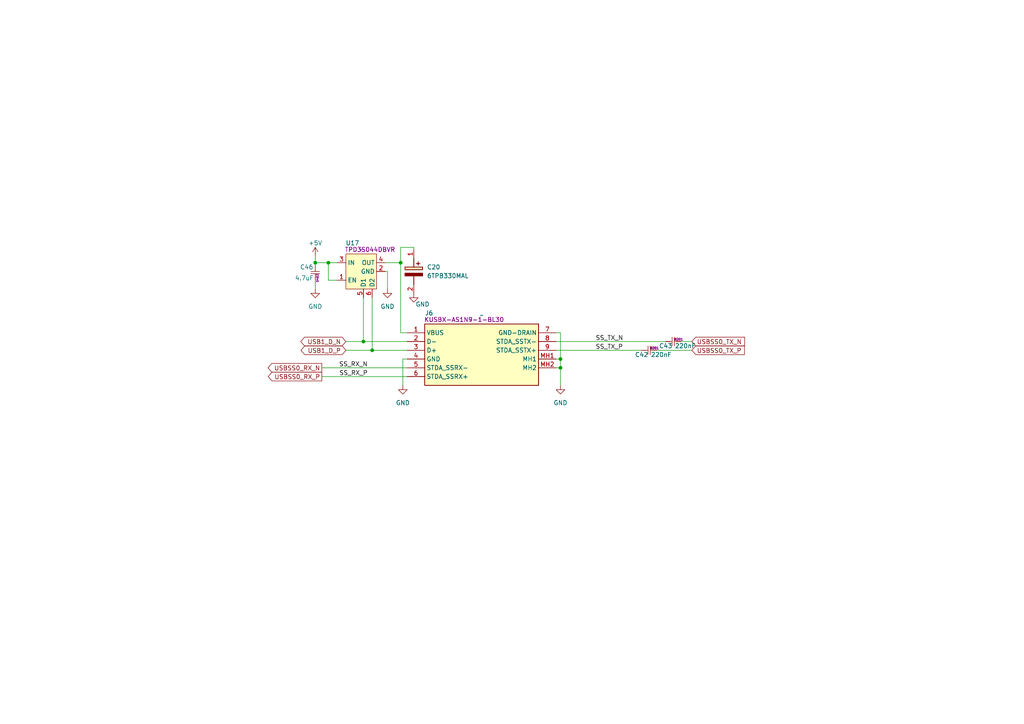
<source format=kicad_sch>
(kicad_sch (version 20230121) (generator eeschema)
  (paper "A4")
  (lib_symbols
    (symbol "SamacSys_Parts:KUSBX-AS1N9-1-BL30"
      (property "Reference" "J" (at 39.37 7.62 0))
      (property "Value" "KUSBX-AS1N9-1-BL30" (at 39.37 5.08 0))
      (symbol "KUSBX-AS1N9-1-BL30_1_1"
        (rectangle (start 5.08 2.54) (end 38.1 -15.24) (stroke (width 0.254)) (fill (type background)))
        (pin passive line (at 0 0 0) (length 5.08) (name "VBUS") (number "1"))
        (pin passive line (at 0 -2.54 0) (length 5.08) (name "D-") (number "2"))
        (pin passive line (at 0 -5.08 0) (length 5.08) (name "D+") (number "3"))
        (pin passive line (at 0 -7.62 0) (length 5.08) (name "GND") (number "4"))
        (pin passive line (at 0 -10.16 0) (length 5.08) (name "STDA_SSRX-") (number "5"))
        (pin passive line (at 0 -12.7 0) (length 5.08) (name "STDA_SSRX+") (number "6"))
        (pin passive line (at 43.18 0 180) (length 5.08) (name "GND-DRAIN") (number "7"))
        (pin passive line (at 43.18 -2.54 180) (length 5.08) (name "STDA_SSTX-") (number "8"))
        (pin passive line (at 43.18 -5.08 180) (length 5.08) (name "STDA_SSTX+") (number "9"))
        (pin passive line (at 43.18 -7.62 180) (length 5.08) (name "MH1") (number "MH1"))
        (pin passive line (at 43.18 -10.16 180) (length 5.08) (name "MH2") (number "MH2"))
      )
    )
    (symbol "power:+5V" (power) (pin_names (offset 0))
      (property "Value" "+5V" (at 0 3.556 0))
      (symbol "+5V_0_1"
        (polyline (pts (xy -0.762 1.27) (xy 0 2.54)))
        (polyline (pts (xy 0 0) (xy 0 2.54)))
        (polyline (pts (xy 0 2.54) (xy 0.762 1.27)))
      )
      (symbol "+5V_1_1"
        (pin power_in line (at 0 0 90) (length 0) hide (name "+5V") (number "1"))
      )
    )
    (symbol "power:GND" (power) (pin_names (offset 0))
      (property "Value" "GND" (at 0 -3.81 0))
      (symbol "GND_0_1"
        (polyline (pts (xy 0 0) (xy 0 -1.27) (xy 1.27 -1.27) (xy 0 -2.54) (xy -1.27 -1.27) (xy 0 -1.27)))
      )
      (symbol "GND_1_1"
        (pin power_in line (at 0 0 270) (length 0) hide (name "GND") (number "1"))
      )
    )
    (symbol "the_backrooms:6TPB330MAL" (pin_names hide)
      (property "Reference" "C" (at 8.89 6.35 0))
      (property "Value" "6TPB330MAL" (at 8.89 3.81 0))
      (symbol "6TPB330MAL_1_1"
        (polyline (pts (xy 2.54 0) (xy 5.08 0)) (stroke (width 0.254)))
        (polyline (pts (xy 4.064 1.778) (xy 4.064 0.762)) (stroke (width 0.254)))
        (polyline (pts (xy 4.572 1.27) (xy 3.556 1.27)) (stroke (width 0.254)))
        (polyline (pts (xy 7.62 0) (xy 10.16 0)) (stroke (width 0.254)))
        (polyline (pts (xy 7.62 2.54) (xy 7.62 -2.54) (xy 6.858 -2.54) (xy 6.858 2.54) (xy 7.62 2.54)) (stroke (width 0.254)) (fill (type outline)))
        (rectangle (start 5.08 2.54) (end 5.842 -2.54) (stroke (width 0.254)) (fill (type background)))
        (pin passive line (at 0 0 0) (length 2.54) (name "+") (number "1"))
        (pin passive line (at 12.7 0 180) (length 2.54) (name "-") (number "2"))
      )
    )
    (symbol "the_backrooms:TPD3S044"
      (property "Reference" "U" (at 0 0 0))
      (property "Value" "TPD3S044" (at 0 0 0))
      (symbol "TPD3S044_1_1"
        (rectangle (start 2.54 0) (end 11.43 -10.16) (fill (type background)))
        (pin input line (at 0 -7.62 0) (length 2.54) (name "EN") (number "1"))
        (pin power_in line (at 13.97 -5.08 180) (length 2.54) (name "GND") (number "2"))
        (pin power_in line (at 0 -2.54 0) (length 2.54) (name "IN") (number "3"))
        (pin power_out line (at 13.97 -2.54 180) (length 2.54) (name "OUT") (number "4"))
        (pin free line (at 7.62 -12.7 90) (length 2.54) (name "D1") (number "5"))
        (pin free line (at 10.16 -12.7 90) (length 2.54) (name "D2") (number "6"))
      )
    )
    (symbol "the_backrooms:cap_0201"
      (property "Reference" "C" (at -0.635 0 0))
      (property "Package/Case" "0201" (at -1.27 1.27 0))
      (symbol "cap_0201_0_1"
        (polyline (pts (xy 1.905 0) (xy 1.905 -1.27)))
        (polyline (pts (xy 2.54 1.27) (xy 2.54 -1.27)))
        (polyline (pts (xy 3.175 0) (xy 2.54 0)))
        (polyline (pts (xy 1.27 0) (xy 1.905 0) (xy 1.905 1.27)))
      )
      (symbol "cap_0201_1_1"
        (pin free line (at 0 0 0) (length 1.27) (name "") (number "1"))
        (pin free line (at 4.445 0 180) (length 1.27) (name "") (number "2"))
      )
    )
    (symbol "the_backrooms:cap_0402"
      (property "Reference" "C" (at -0.635 0 0))
      (property "Package/Case" "0402" (at -1.27 1.27 0))
      (symbol "cap_0402_0_1"
        (polyline (pts (xy 1.905 0) (xy 1.905 -1.27)))
        (polyline (pts (xy 2.54 1.27) (xy 2.54 -1.27)))
        (polyline (pts (xy 3.175 0) (xy 2.54 0)))
        (polyline (pts (xy 1.27 0) (xy 1.905 0) (xy 1.905 1.27)))
      )
      (symbol "cap_0402_1_1"
        (pin free line (at 0 0 0) (length 1.27) (name "") (number "1"))
        (pin free line (at 4.445 0 180) (length 1.27) (name "") (number "2"))
      )
    )
  )
  (junction (at 95.25 76.2))
  (junction (at 91.44 76.2))
  (junction (at 107.95 101.6))
  (junction (at 105.41 99.06))
  (junction (at 162.56 104.14))
  (junction (at 162.56 106.68))
  (junction (at 116.205 76.2))
  (wire (pts (xy 161.29 99.06) (xy 193.04 99.06)))
  (wire (pts (xy 118.11 104.14) (xy 116.84 104.14)))
  (wire (pts (xy 116.205 96.52) (xy 118.11 96.52)))
  (wire (pts (xy 162.56 104.14) (xy 162.56 106.68)))
  (wire (pts (xy 200.66 101.6) (xy 190.5 101.6)))
  (wire (pts (xy 197.485 99.06) (xy 200.66 99.06)))
  (wire (pts (xy 105.41 86.36) (xy 105.41 99.06)))
  (wire (pts (xy 161.29 106.68) (xy 162.56 106.68)))
  (wire (pts (xy 100.33 101.6) (xy 107.95 101.6)))
  (wire (pts (xy 161.29 101.6) (xy 186.055 101.6)))
  (wire (pts (xy 93.345 106.68) (xy 118.11 106.68)))
  (wire (pts (xy 111.76 76.2) (xy 116.205 76.2)))
  (wire (pts (xy 91.44 81.28) (xy 91.44 83.82)))
  (wire (pts (xy 162.56 96.52) (xy 162.56 104.14)))
  (wire (pts (xy 107.95 101.6) (xy 118.11 101.6)))
  (wire (pts (xy 91.44 76.2) (xy 91.44 76.835)))
  (wire (pts (xy 105.41 99.06) (xy 118.11 99.06)))
  (wire (pts (xy 116.205 76.2) (xy 116.205 96.52)))
  (wire (pts (xy 95.25 76.2) (xy 97.79 76.2)))
  (wire (pts (xy 107.95 86.36) (xy 107.95 101.6)))
  (wire (pts (xy 112.395 78.74) (xy 112.395 83.82)))
  (wire (pts (xy 120.015 71.755) (xy 120.015 72.39)))
  (wire (pts (xy 161.29 104.14) (xy 162.56 104.14)))
  (wire (pts (xy 91.44 76.2) (xy 95.25 76.2)))
  (wire (pts (xy 116.205 71.755) (xy 116.205 76.2)))
  (wire (pts (xy 161.29 96.52) (xy 162.56 96.52)))
  (wire (pts (xy 116.84 104.14) (xy 116.84 111.76)))
  (wire (pts (xy 111.76 78.74) (xy 112.395 78.74)))
  (wire (pts (xy 95.25 81.28) (xy 95.25 76.2)))
  (wire (pts (xy 93.345 109.22) (xy 118.11 109.22)))
  (wire (pts (xy 91.44 74.295) (xy 91.44 76.2)))
  (wire (pts (xy 162.56 106.68) (xy 162.56 111.76)))
  (wire (pts (xy 95.25 81.28) (xy 97.79 81.28)))
  (wire (pts (xy 100.33 99.06) (xy 105.41 99.06)))
  (wire (pts (xy 116.205 71.755) (xy 120.015 71.755)))
  (label "SS_RX_N" (at 106.68 106.68 180))
  (label "SS_TX_N" (at 172.72 99.06 0))
  (label "SS_TX_P" (at 172.72 101.6 0))
  (label "SS_RX_P" (at 106.68 109.22 180))
  (global_label "USBSS0_RX_N" (shape output) (at 93.345 106.68 180) (property "Intersheetrefs" "${INTERSHEET_REFS}" (at 77.1761 106.68 0) (effects (justify right))))
  (global_label "USBSS0_TX_P" (shape input) (at 200.66 101.6 0) (property "Intersheetrefs" "${INTERSHEET_REFS}" (at 216.466 101.6 0) (effects (justify left))))
  (global_label "USBSS0_TX_N" (shape input) (at 200.66 99.06 0) (property "Intersheetrefs" "${INTERSHEET_REFS}" (at 216.5265 99.06 0) (effects (justify left))))
  (global_label "USBSS0_RX_P" (shape output) (at 93.345 109.22 180) (property "Intersheetrefs" "${INTERSHEET_REFS}" (at 77.2366 109.22 0) (effects (justify right))))
  (global_label "USB1_D_N" (shape bidirectional) (at 100.33 99.06 180) (property "Intersheetrefs" "${INTERSHEET_REFS}" (at 86.6783 99.06 0) (effects (justify right))))
  (global_label "USB1_D_P" (shape bidirectional) (at 100.33 101.6 180) (property "Intersheetrefs" "${INTERSHEET_REFS}" (at 86.7388 101.6 0) (effects (justify right))))
  (symbol (lib_id "power:GND") (at 162.56 111.76 0) (unit 1)
    (property "Reference" "#PWR082" (effects hide))
    (property "Value" "GND" (at 162.56 116.84 0))
  )
  (symbol (lib_id "power:GND") (at 112.395 83.82 0) (unit 1)
    (property "Reference" "#PWR085" (effects hide))
    (property "Value" "GND" (at 112.395 88.9 0))
  )
  (symbol (lib_id "the_backrooms:cap_0201") (at 197.485 99.06 180) (unit 1)
    (property "Reference" "C43" (at 191.135 100.33 0) (effects (justify right)))
    (property "Value" "220nF" (at 198.755 100.33 0))
    (property "Footprint" "the_backrooms:cap_0201" (effects hide))
    (property "Package/Case" "0201" (at 195.58 98.425 0) (effects (font (size 0.635 0.635)) (justify right)))
    (property "Mfr. No." "GRM033R61E224KE01J" (effects hide))
  )
  (symbol (lib_id "the_backrooms:cap_0402") (at 91.44 81.28 90) (unit 1)
    (property "Reference" "C46" (at 86.995 77.47 90) (effects (justify right)))
    (property "Value" "4.7uF" (at 88.265 80.645 90))
    (property "Footprint" "the_backrooms:0402_cap" (effects hide))
    (property "Package/Case" "0402" (at 92.075 79.375 0) (effects (font (size 0.635 0.635)) (justify right)))
    (property "Mfr. No." "CL05A475KQ5NRNC" (effects hide))
    (property "Voltage" "6.3V" (effects hide))
  )
  (symbol (lib_id "power:GND") (at 120.015 85.09 0) (unit 1)
    (property "Reference" "#PWR05" (effects hide))
    (property "Value" "GND" (at 122.555 88.265 0))
  )
  (symbol (lib_id "the_backrooms:cap_0201") (at 190.5 101.6 180) (unit 1)
    (property "Reference" "C42" (at 184.15 102.87 0) (effects (justify right)))
    (property "Value" "220nF" (at 191.77 102.87 0))
    (property "Footprint" "the_backrooms:cap_0201" (effects hide))
    (property "Package/Case" "0201" (at 188.595 100.965 0) (effects (font (size 0.635 0.635)) (justify right)))
    (property "Mfr. No." "GRM033R61E224KE01J" (effects hide))
  )
  (symbol (lib_id "the_backrooms:6TPB330MAL") (at 120.015 72.39 270) (unit 1)
    (property "Reference" "C20" (at 123.825 77.47 90) (effects (justify left)))
    (property "Value" "6TPB330MAL" (at 123.825 80.01 90) (effects (justify left)))
    (property "Footprint" "the_backrooms:POSCAP_D12_D15_D15E_D2E_D2_D3L_D4" (effects hide))
    (property "Datasheet" "http://industrial.panasonic.com/cdbs/www-data/pdf/AAA8000/AAA8000C65.pdf" (effects hide))
    (property "Manufacturer_Name" "Panasonic" (effects hide))
    (property "Manufacturer_Part_Number" "6TPB330MAL" (effects hide))
    (property "Mouser Part Number" "667-6TPB330MAL" (effects hide))
    (property "Mouser Price/Stock" "https://www.mouser.co.uk/ProductDetail/Panasonic/6TPB330MAL/?qs=OE1iw1LrrPGn1h2W%2FWpqWw%3D%3D" (effects hide))
    (property "Arrow Part Number" "6TPB330MAL" (effects hide))
    (property "Arrow Price/Stock" "https://www.arrow.com/en/products/6tpb330mal/panasonic" (effects hide))
  )
  (symbol (lib_id "the_backrooms:TPD3S044") (at 97.79 73.66 0) (unit 1)
    (property "Reference" "U17" (at 102.235 70.485 0))
    (property "Value" "~" (at 104.775 72.39 0))
    (property "Footprint" "the_backrooms:TPD3S044" (effects hide))
    (property "Datasheet" "https://www.ti.com/lit/ds/symlink/tpd3s044.pdf?HQS=dis-mous-null-mousermode-dsf-pf-null-wwe&ts=1689961727439&ref_url=https%253A%252F%252Fwww.mouser.de%252F" (effects hide))
    (property "Mfr. No." "TPD3S044DBVR" (at 107.315 72.39 0))
    (property "Package/Case" "SOT-23-6" (effects hide))
    (property "Description" "Current & Power Monitors & Regulators Current Limit Switch ESD Protect,USB Hos" (effects hide))
  )
  (symbol (lib_id "SamacSys_Parts:KUSBX-AS1N9-1-BL30") (at 118.11 96.52 0) (unit 1)
    (property "Reference" "J6" (at 124.46 90.805 0))
    (property "Value" "~" (at 139.7 91.44 0))
    (property "Footprint" "SamacSys_Parts:KUSBXAS1N91BL30" (effects hide))
    (property "Datasheet" "https://datasheet.datasheetarchive.com/originals/distributors/Datasheets_SAMA/326c717f9ca709e5bb3659186cf0a006.pdf" (effects hide))
    (property "Height" "7.37" (effects hide))
    (property "Mouser Part Number" "806-KUSBX-AS1N91BL30" (effects hide))
    (property "Mouser Price/Stock" "https://www.mouser.co.uk/ProductDetail/Kycon/KUSBX-AS1N9-1-BL30?qs=dG4nGvFc7P%2F4cmLbcbDxQw%3D%3D" (effects hide))
    (property "Manufacturer_Name" "Kycon" (effects hide))
    (property "Manufacturer_Part_Number" "KUSBX-AS1N9-1-BL30" (effects hide))
    (property "Mfr. No." "KUSBX-AS1N9-1-BL30" (at 134.62 92.71 0))
    (property "Description" "USB Connectors 9P USB 3.0 TYPE A SOCKET TH 30u\" GOLD" (effects hide))
  )
  (symbol (lib_id "power:GND") (at 91.44 83.82 0) (unit 1)
    (property "Reference" "#PWR088" (effects hide))
    (property "Value" "GND" (at 91.44 88.9 0))
  )
  (symbol (lib_id "power:GND") (at 116.84 111.76 0) (unit 1)
    (property "Reference" "#PWR081" (effects hide))
    (property "Value" "GND" (at 116.84 116.84 0))
  )
  (symbol (lib_id "power:+5V") (at 91.44 74.295 0) (unit 1)
    (property "Reference" "#PWR087" (effects hide))
    (property "Value" "+5V" (at 91.44 70.485 0))
  )
)
</source>
